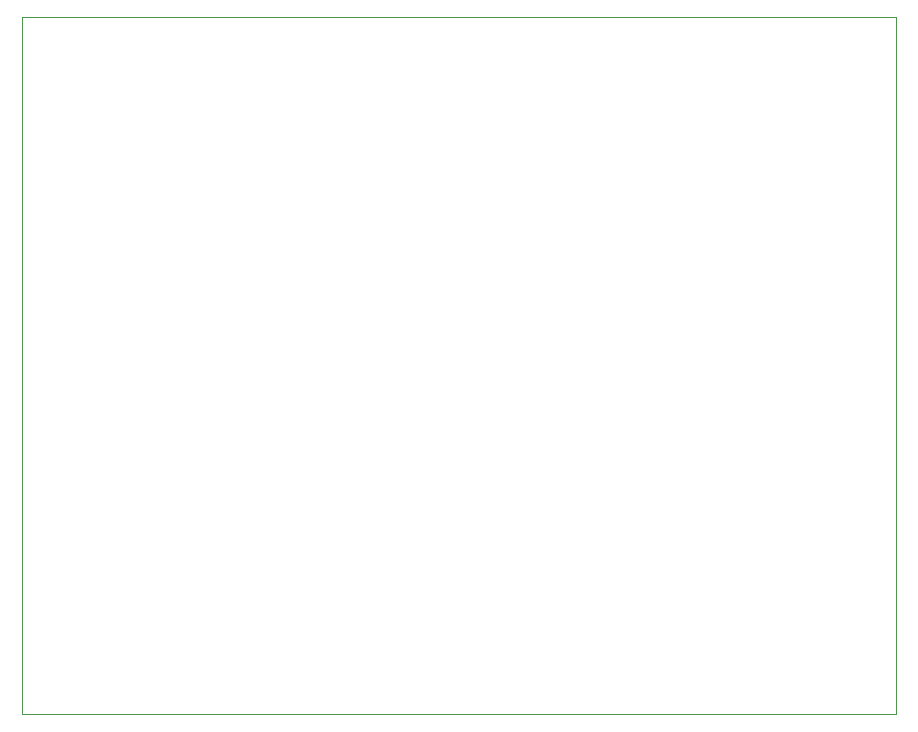
<source format=gbr>
G04 #@! TF.GenerationSoftware,KiCad,Pcbnew,(5.1.9)-1*
G04 #@! TF.CreationDate,2021-05-14T22:58:58-04:00*
G04 #@! TF.ProjectId,Scratch+Com Panelized,53637261-7463-4682-9b43-6f6d2050616e,rev?*
G04 #@! TF.SameCoordinates,Original*
G04 #@! TF.FileFunction,Profile,NP*
%FSLAX46Y46*%
G04 Gerber Fmt 4.6, Leading zero omitted, Abs format (unit mm)*
G04 Created by KiCad (PCBNEW (5.1.9)-1) date 2021-05-14 22:58:58*
%MOMM*%
%LPD*%
G01*
G04 APERTURE LIST*
G04 #@! TA.AperFunction,Profile*
%ADD10C,0.050000*%
G04 #@! TD*
G04 APERTURE END LIST*
D10*
X94040000Y-131110000D02*
X94040000Y-85110000D01*
X168040000Y-131110000D02*
X94040000Y-131110000D01*
X168040000Y-72110000D02*
X168040000Y-131110000D01*
X94040000Y-72110000D02*
X168040000Y-72110000D01*
X94040000Y-85110000D02*
X94040000Y-72110000D01*
M02*

</source>
